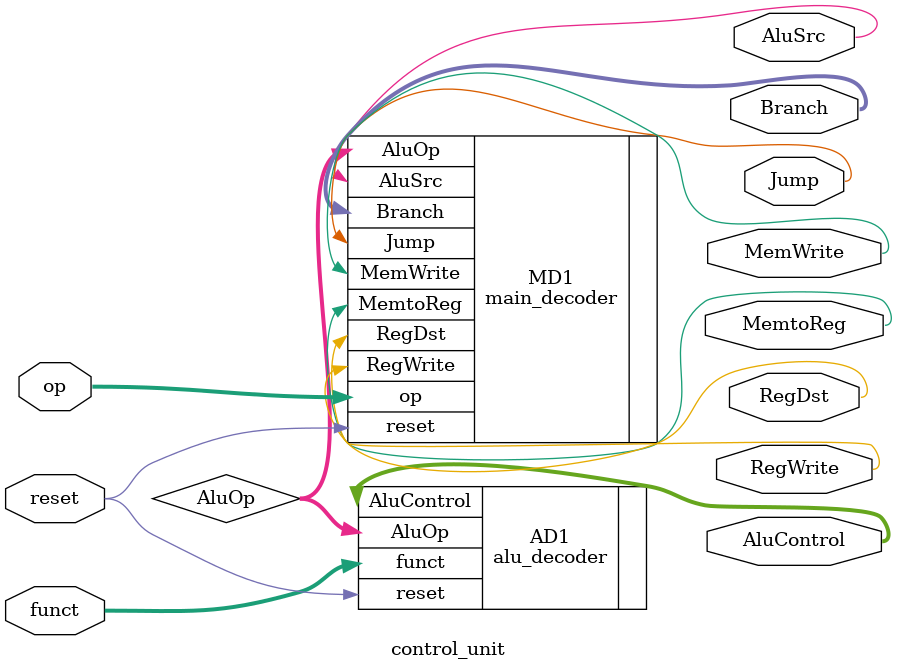
<source format=v>
`timescale 1ns / 1ps


module control_unit(op,funct,reset,MemtoReg,RegDst,MemWrite,AluControl,AluSrc,Branch,RegWrite,Jump);
input reset;
input [5:0]op;
input [5:0]funct;
output MemtoReg;
output RegDst;
output MemWrite;
output [2:0]AluControl;
output AluSrc;
output RegWrite;
output [1:0]Branch;
output Jump;
wire [3:0]AluOp;

main_decoder MD1(.op(op),.reset(reset),.AluOp(AluOp),.RegWrite(RegWrite),.MemtoReg(MemtoReg),.MemWrite(MemWrite),.Branch(Branch),.AluSrc(AluSrc),.RegDst(RegDst),.Jump(Jump));

alu_decoder AD1(.funct(funct),.reset(reset),.AluOp(AluOp),.AluControl(AluControl));
endmodule

</source>
